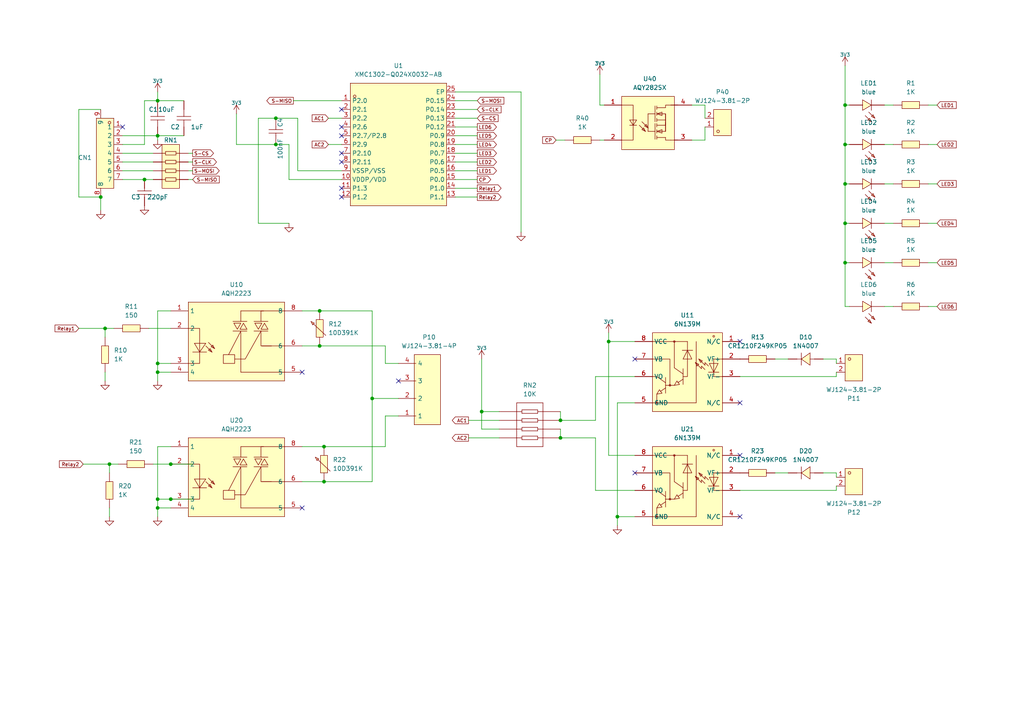
<source format=kicad_sch>
(kicad_sch (version 20230121) (generator eeschema)
  (paper "A4")
  (title_block (title "Phase-Switcher-Bricklet") (rev "1"))
  (lib_symbols
    (symbol "AQY282SX_1" (pin_names hide)
      (property "Reference" "U" (at 0 10.16 0))
      (property "Value" "AQY282SX" (at 0 -10.16 0))
      (symbol "AQY282SX_1_0_1"
        (pin unspecified line (at -12.7 5.08 0) (length 5.08) (name "1") (number "1"))
        (pin unspecified line (at -12.7 -5.08 0) (length 5.08) (name "2") (number "2"))
        (pin unspecified line (at 12.7 -5.08 180) (length 5.08) (name "3") (number "3"))
        (pin unspecified line (at 12.7 5.08 180) (length 5.08) (name "4") (number "4"))
      )
    )
    (symbol "FC-DA1608BK-470H10_1" (pin_numbers hide) (pin_names hide)
      (property "Reference" "LED" (at 0 5.08 0))
      (property "Value" "FC-DA1608BK-470H10" (at 0 -5.08 0))
      (symbol "FC-DA1608BK-470H10_1_0_1"
        (pin input line (at -5.08 0 0) (length 3.81) (name "-") (number "1"))
        (pin input line (at 5.08 0 180) (length 3.81) (name "+") (number "2"))
      )
    )
    (symbol "easyeda2kicad:0603B104K500NT" (pin_numbers hide) (pin_names hide)
      (property "Reference" "C" (at 0 5.08 0))
      (property "Value" "0603B104K500NT" (at 0 -5.08 0))
      (symbol "0603B104K500NT_0_1"
        (pin input line (at -3.81 0 0) (length 2.54) (name "1") (number "1"))
        (pin input line (at 3.81 0 180) (length 2.54) (name "2") (number "2"))
      )
    )
    (symbol "easyeda2kicad:10D391K" (pin_numbers hide) (pin_names hide)
      (property "Reference" "R" (at 0 5.08 0))
      (property "Value" "10D391K" (at 0 -5.08 0))
      (symbol "10D391K_0_1"
        (pin unspecified line (at -5.08 0 0) (length 2.54) (name "1") (number "1"))
        (pin unspecified line (at 5.08 0 180) (length 2.54) (name "2") (number "2"))
      )
    )
    (symbol "easyeda2kicad:1N4007A7" (pin_numbers hide) (pin_names hide)
      (property "Reference" "D" (at 0 5.08 0))
      (property "Value" "1N4007 A7" (at 0 -5.08 0))
      (symbol "1N4007A7_0_1"
        (pin unspecified line (at -5.08 0 0) (length 2.54) (name "K") (number "1"))
        (pin unspecified line (at 5.08 0 180) (length 2.54) (name "A") (number "2"))
      )
    )
    (symbol "easyeda2kicad:6N139M"
      (property "Reference" "U" (at 0 13.97 0))
      (property "Value" "6N139M" (at 0 -13.97 0))
      (symbol "6N139M_0_1"
        (pin unspecified line (at -15.24 8.89 0) (length 5.08) (name "N/C") (number "1"))
        (pin unspecified line (at -15.24 3.81 0) (length 5.08) (name "VF+") (number "2"))
        (pin unspecified line (at -15.24 -1.27 0) (length 5.08) (name "VF-") (number "3"))
        (pin unspecified line (at -15.24 -8.89 0) (length 5.08) (name "N/C") (number "4"))
        (pin unspecified line (at 15.24 -8.89 180) (length 5.08) (name "GND") (number "5"))
        (pin unspecified line (at 15.24 -1.27 180) (length 5.08) (name "VO") (number "6"))
        (pin unspecified line (at 15.24 3.81 180) (length 5.08) (name "VB") (number "7"))
        (pin unspecified line (at 15.24 8.89 180) (length 5.08) (name "VCC") (number "8"))
      )
    )
    (symbol "easyeda2kicad:AQH2223"
      (property "Reference" "U" (at 0 12.7 0))
      (property "Value" "AQH2223" (at 0 -15.24 0))
      (symbol "AQH2223_0_1"
        (pin unspecified line (at -20.32 7.62 0) (length 5.08) (name "1") (number "1"))
        (pin unspecified line (at -20.32 2.54 0) (length 5.08) (name "2") (number "2"))
        (pin unspecified line (at -20.32 -7.62 0) (length 5.08) (name "3") (number "3"))
        (pin unspecified line (at -20.32 -10.16 0) (length 5.08) (name "4") (number "4"))
        (pin unspecified line (at 17.78 -10.16 180) (length 5.08) (name "5") (number "5"))
        (pin unspecified line (at 17.78 -2.54 180) (length 5.08) (name "6") (number "6"))
        (pin unspecified line (at 17.78 7.62 180) (length 5.08) (name "8") (number "8"))
      )
    )
    (symbol "easyeda2kicad:CC0402KRX7R9BB221" (pin_numbers hide) (pin_names hide)
      (property "Reference" "C" (at 0 5.08 0))
      (property "Value" "CC0402KRX7R9BB221" (at 0 -5.08 0))
      (symbol "CC0402KRX7R9BB221_0_1"
        (pin input line (at -3.81 0 0) (length 2.54) (name "1") (number "1"))
        (pin input line (at 3.81 0 180) (length 2.54) (name "2") (number "2"))
      )
    )
    (symbol "easyeda2kicad:CR1210F249KP05" (pin_numbers hide) (pin_names hide)
      (property "Reference" "R" (at 0 5.08 0))
      (property "Value" "CR1210F249KP05" (at 0 -5.08 0))
      (symbol "CR1210F249KP05_0_1"
        (pin unspecified line (at -5.08 0 0) (length 2.54) (name "1") (number "1"))
        (pin unspecified line (at 5.08 0 180) (length 2.54) (name "2") (number "2"))
      )
    )
    (symbol "easyeda2kicad:CRA034RJ82RP05" (pin_numbers hide) (pin_names hide)
      (property "Reference" "RN" (at 0 7.62 0))
      (property "Value" "CRA034RJ82RP05" (at 0 -10.16 0))
      (symbol "CRA034RJ82RP05_0_1"
        (pin unspecified line (at -5.08 2.54 0) (length 2.54) (name "1") (number "1"))
        (pin unspecified line (at -5.08 0 0) (length 2.54) (name "2") (number "2"))
        (pin unspecified line (at -5.08 -2.54 0) (length 2.54) (name "3") (number "3"))
        (pin unspecified line (at -5.08 -5.08 0) (length 2.54) (name "4") (number "4"))
        (pin unspecified line (at 5.08 -5.08 180) (length 2.54) (name "5") (number "5"))
        (pin unspecified line (at 5.08 -2.54 180) (length 2.54) (name "6") (number "6"))
        (pin unspecified line (at 5.08 0 180) (length 2.54) (name "7") (number "7"))
        (pin unspecified line (at 5.08 2.54 180) (length 2.54) (name "8") (number "8"))
      )
    )
    (symbol "easyeda2kicad:CS1608X7R105K250NRB" (pin_numbers hide) (pin_names hide)
      (property "Reference" "C" (at 0 5.08 0))
      (property "Value" "CS1608X7R105K250NRB" (at 0 -5.08 0))
      (symbol "CS1608X7R105K250NRB_0_1"
        (pin unspecified line (at -5.08 0 0) (length 2.54) (name "1") (number "1"))
        (pin unspecified line (at 5.08 0 180) (length 2.54) (name "2") (number "2"))
      )
    )
    (symbol "easyeda2kicad:CS2012X7R106K100NRE" (pin_numbers hide) (pin_names hide)
      (property "Reference" "C" (at 0 5.08 0))
      (property "Value" "CS2012X7R106K100NRE" (at 0 -5.08 0))
      (symbol "CS2012X7R106K100NRE_0_1"
        (pin unspecified line (at -5.08 0 0) (length 2.54) (name "1") (number "1"))
        (pin unspecified line (at 5.08 0 180) (length 2.54) (name "2") (number "2"))
      )
    )
    (symbol "easyeda2kicad:FC-DA1608BK-470H10" (pin_numbers hide) (pin_names hide)
      (property "Reference" "LED" (at 0 5.08 0))
      (property "Value" "FC-DA1608BK-470H10" (at 0 -5.08 0))
      (symbol "FC-DA1608BK-470H10_0_1"
        (pin input line (at -5.08 0 0) (length 3.81) (name "-") (number "1"))
        (pin input line (at 5.08 0 180) (length 3.81) (name "+") (number "2"))
      )
    )
    (symbol "easyeda2kicad:HC-GH-7PWTKK"
      (property "Reference" "CN" (at 0 17.78 0))
      (property "Value" "HC-GH-7PWTKK" (at 0 -17.78 0))
      (symbol "HC-GH-7PWTKK_0_1"
        (pin unspecified line (at -5.08 7.62 0) (length 2.54) (name "1") (number "1"))
        (pin unspecified line (at -5.08 5.08 0) (length 2.54) (name "2") (number "2"))
        (pin unspecified line (at -5.08 2.54 0) (length 2.54) (name "3") (number "3"))
        (pin unspecified line (at -5.08 0 0) (length 2.54) (name "4") (number "4"))
        (pin unspecified line (at -5.08 -2.54 0) (length 2.54) (name "5") (number "5"))
        (pin unspecified line (at -5.08 -5.08 0) (length 2.54) (name "6") (number "6"))
        (pin unspecified line (at -5.08 -7.62 0) (length 2.54) (name "7") (number "7"))
        (pin unspecified line (at 1.27 -12.7 90) (length 2.54) (name "8") (number "8"))
        (pin unspecified line (at 1.27 12.7 270) (length 2.54) (name "9") (number "9"))
      )
    )
    (symbol "easyeda2kicad:RC0603FR-07150RL" (pin_numbers hide) (pin_names hide)
      (property "Reference" "R" (at 0 5.08 0))
      (property "Value" "RC0603FR-07150RL" (at 0 -5.08 0))
      (symbol "RC0603FR-07150RL_0_1"
        (pin input line (at -5.08 0 0) (length 2.54) (name "1") (number "1"))
        (pin input line (at 5.08 0 180) (length 2.54) (name "2") (number "2"))
      )
    )
    (symbol "easyeda2kicad:Resistor-0603-1K" (pin_numbers hide) (pin_names hide)
      (property "Reference" "R" (at 0 5.08 0))
      (property "Value" "Resistor-0603-1K" (at 0 -5.08 0))
      (symbol "Resistor-0603-1K_0_1"
        (pin input line (at -5.08 0 0) (length 2.54) (name "1") (number "1"))
        (pin input line (at 5.08 0 180) (length 2.54) (name "2") (number "2"))
      )
    )
    (symbol "easyeda2kicad:WA06X1002FTL" (pin_numbers hide) (pin_names hide)
      (property "Reference" "RN" (at 0 13.97 0))
      (property "Value" "WA06X1002FTL" (at 0 -13.97 0))
      (symbol "WA06X1002FTL_0_1"
        (pin input line (at -3.81 -8.89 90) (length 5.08) (name "1") (number "1"))
        (pin input line (at -1.27 -8.89 90) (length 5.08) (name "2") (number "2"))
        (pin input line (at 1.27 -8.89 90) (length 5.08) (name "3") (number "3"))
        (pin input line (at 3.81 -8.89 90) (length 5.08) (name "4") (number "4"))
        (pin input line (at 3.81 8.89 270) (length 5.08) (name "5") (number "5"))
        (pin input line (at 1.27 8.89 270) (length 5.08) (name "6") (number "6"))
        (pin input line (at -1.27 8.89 270) (length 5.08) (name "7") (number "7"))
        (pin input line (at -3.81 8.89 270) (length 5.08) (name "8") (number "8"))
      )
    )
    (symbol "easyeda2kicad:WJ124-3.81-2P" (pin_names hide)
      (property "Reference" "P" (at 0 6.35 0))
      (property "Value" "WJ124-3.81-2P" (at 0 -6.35 0))
      (symbol "WJ124-3.81-2P_0_1"
        (pin unspecified line (at -5.08 1.27 0) (length 2.54) (name "1") (number "1"))
        (pin unspecified line (at -5.08 -1.27 0) (length 2.54) (name "2") (number "2"))
      )
    )
    (symbol "easyeda2kicad:WJ124-3.81-4P"
      (property "Reference" "P" (at 0 12.7 0))
      (property "Value" "WJ124-3.81-4P" (at 0 -12.7 0))
      (symbol "WJ124-3.81-4P_0_1"
        (pin input line (at 5.08 7.62 180) (length 5.08) (name "1") (number "1"))
        (pin input line (at 5.08 2.54 180) (length 5.08) (name "2") (number "2"))
        (pin input line (at 5.08 -2.54 180) (length 5.08) (name "3") (number "3"))
        (pin input line (at 5.08 -7.62 180) (length 5.08) (name "4") (number "4"))
      )
    )
    (symbol "easyeda2kicad:XMC1302-Q024X0032-AB"
      (property "Reference" "U" (at 0 20.32 0))
      (property "Value" "XMC1302-Q024X0032-AB" (at 0 -20.32 0))
      (symbol "XMC1302-Q024X0032-AB_0_1"
        (pin unspecified line (at -16.51 12.7 0) (length 2.54) (name "P2.0") (number "1"))
        (pin unspecified line (at -16.51 -10.16 0) (length 2.54) (name "VDDP/VDD") (number "10"))
        (pin unspecified line (at -16.51 -12.7 0) (length 2.54) (name "P1.3") (number "11"))
        (pin unspecified line (at -16.51 -15.24 0) (length 2.54) (name "P1.2") (number "12"))
        (pin unspecified line (at 16.51 -15.24 180) (length 2.54) (name "P1.1") (number "13"))
        (pin unspecified line (at 16.51 -12.7 180) (length 2.54) (name "P1.0") (number "14"))
        (pin unspecified line (at 16.51 -10.16 180) (length 2.54) (name "P0.0") (number "15"))
        (pin unspecified line (at 16.51 -7.62 180) (length 2.54) (name "P0.5") (number "16"))
        (pin unspecified line (at 16.51 -5.08 180) (length 2.54) (name "P0.6") (number "17"))
        (pin unspecified line (at 16.51 -2.54 180) (length 2.54) (name "P0.7") (number "18"))
        (pin unspecified line (at 16.51 0 180) (length 2.54) (name "P0.8") (number "19"))
        (pin unspecified line (at -16.51 10.16 0) (length 2.54) (name "P2.1") (number "2"))
        (pin unspecified line (at 16.51 2.54 180) (length 2.54) (name "P0.9") (number "20"))
        (pin unspecified line (at 16.51 5.08 180) (length 2.54) (name "P0.12") (number "21"))
        (pin unspecified line (at 16.51 7.62 180) (length 2.54) (name "P0.13") (number "22"))
        (pin unspecified line (at 16.51 10.16 180) (length 2.54) (name "P0.14") (number "23"))
        (pin unspecified line (at 16.51 12.7 180) (length 2.54) (name "P0.15") (number "24"))
        (pin unspecified line (at 16.51 15.24 180) (length 2.54) (name "EP") (number "25"))
        (pin unspecified line (at -16.51 7.62 0) (length 2.54) (name "P2.2") (number "3"))
        (pin unspecified line (at -16.51 5.08 0) (length 2.54) (name "P2.6") (number "4"))
        (pin unspecified line (at -16.51 2.54 0) (length 2.54) (name "P2.7/P2.8") (number "5"))
        (pin unspecified line (at -16.51 0 0) (length 2.54) (name "P2.9") (number "6"))
        (pin unspecified line (at -16.51 -2.54 0) (length 2.54) (name "P2.10") (number "7"))
        (pin unspecified line (at -16.51 -5.08 0) (length 2.54) (name "P2.11") (number "8"))
        (pin unspecified line (at -16.51 -7.62 0) (length 2.54) (name "VSSP/VSS") (number "9"))
      )
    )
    (symbol "tinkerforge:3V3" (power) (pin_names (offset 0))
      (property "Value" "3V3" (at 0 3.556 0))
      (symbol "3V3_1_1"
        (pin power_in line (at 0 0 90) (length 0) hide (name "3V3") (number "1"))
      )
    )
    (symbol "tinkerforge:GND" (power) (pin_names (offset 0))
      (property "Value" "GND" (at 0 -5.08 0))
      (symbol "GND_1_1"
        (pin power_in line (at 0 0 270) (length 0) hide (name "GND") (number "1"))
      )
    )
  )
  (junction (at 245.11 64.77))
  (junction (at 245.11 53.34))
  (junction (at 29.21 57.15))
  (junction (at 162.56 121.92))
  (junction (at 107.95 115.57))
  (junction (at 162.56 127))
  (junction (at 245.11 30.48))
  (junction (at 80.01 41.91))
  (junction (at 80.01 34.29))
  (junction (at 139.7 119.38))
  (junction (at 92.71 90.17))
  (junction (at 176.53 99.06))
  (junction (at 45.72 105.41))
  (junction (at 49.53 134.62))
  (junction (at 93.98 129.54))
  (junction (at 45.72 29.21))
  (junction (at 41.91 52.07))
  (junction (at 245.11 76.2))
  (junction (at 245.11 41.91))
  (junction (at 31.75 134.62))
  (junction (at 49.53 144.78))
  (junction (at 92.71 100.33))
  (junction (at 30.48 95.25))
  (junction (at 93.98 139.7))
  (junction (at 179.07 149.86))
  (junction (at 45.72 107.95))
  (junction (at 45.72 147.32))
  (junction (at 45.72 144.78))
  (junction (at 45.72 39.37))
  (no_connect (at 184.15 137.16))
  (no_connect (at 87.63 107.95))
  (no_connect (at 99.06 54.61))
  (no_connect (at 214.63 132.08))
  (no_connect (at 35.56 36.83))
  (no_connect (at 214.63 99.06))
  (no_connect (at 214.63 116.84))
  (no_connect (at 99.06 39.37))
  (no_connect (at 99.06 36.83))
  (no_connect (at 99.06 31.75))
  (no_connect (at 214.63 149.86))
  (no_connect (at 184.15 104.14))
  (no_connect (at 99.06 57.15))
  (no_connect (at 99.06 46.99))
  (no_connect (at 99.06 44.45))
  (no_connect (at 115.57 110.49))
  (no_connect (at 87.63 147.32))
  (wire (pts (xy 86.36 49.53) (xy 86.36 34.29)))
  (wire (pts (xy 184.15 149.86) (xy 179.07 149.86)))
  (wire (pts (xy 245.11 30.48) (xy 245.11 41.91)))
  (wire (pts (xy 173.99 30.48) (xy 175.26 30.48)))
  (wire (pts (xy 74.93 34.29) (xy 80.01 34.29)))
  (wire (pts (xy 224.79 137.16) (xy 228.6 137.16)))
  (wire (pts (xy 245.11 64.77) (xy 245.11 53.34)))
  (wire (pts (xy 29.21 60.96) (xy 29.21 57.15)))
  (wire (pts (xy 55.88 52.07) (xy 54.61 52.07)))
  (wire (pts (xy 151.13 26.67) (xy 151.13 67.31)))
  (wire (pts (xy 132.08 41.91) (xy 138.43 41.91)))
  (wire (pts (xy 245.11 19.05) (xy 245.11 30.48)))
  (wire (pts (xy 256.54 41.91) (xy 259.08 41.91)))
  (wire (pts (xy 144.78 124.46) (xy 139.7 124.46)))
  (wire (pts (xy 214.63 109.22) (xy 242.57 109.22)))
  (wire (pts (xy 30.48 95.25) (xy 33.02 95.25)))
  (wire (pts (xy 162.56 124.46) (xy 162.56 127)))
  (wire (pts (xy 245.11 76.2) (xy 245.11 88.9)))
  (wire (pts (xy 111.76 129.54) (xy 111.76 120.65)))
  (wire (pts (xy 172.72 142.24) (xy 184.15 142.24)))
  (wire (pts (xy 92.71 100.33) (xy 111.76 100.33)))
  (wire (pts (xy 87.63 100.33) (xy 92.71 100.33)))
  (wire (pts (xy 176.53 132.08) (xy 184.15 132.08)))
  (wire (pts (xy 111.76 105.41) (xy 115.57 105.41)))
  (wire (pts (xy 245.11 88.9) (xy 246.38 88.9)))
  (wire (pts (xy 132.08 54.61) (xy 138.43 54.61)))
  (wire (pts (xy 107.95 115.57) (xy 115.57 115.57)))
  (wire (pts (xy 35.56 49.53) (xy 44.45 49.53)))
  (wire (pts (xy 87.63 90.17) (xy 92.71 90.17)))
  (wire (pts (xy 176.53 99.06) (xy 176.53 96.52)))
  (wire (pts (xy 45.72 144.78) (xy 45.72 147.32)))
  (wire (pts (xy 45.72 147.32) (xy 49.53 147.32)))
  (wire (pts (xy 184.15 99.06) (xy 176.53 99.06)))
  (wire (pts (xy 83.82 41.91) (xy 83.82 52.07)))
  (wire (pts (xy 41.91 29.21) (xy 41.91 41.91)))
  (wire (pts (xy 144.78 119.38) (xy 139.7 119.38)))
  (wire (pts (xy 45.72 129.54) (xy 45.72 144.78)))
  (wire (pts (xy 45.72 90.17) (xy 45.72 105.41)))
  (wire (pts (xy 139.7 124.46) (xy 139.7 119.38)))
  (wire (pts (xy 93.98 139.7) (xy 107.95 139.7)))
  (wire (pts (xy 132.08 44.45) (xy 138.43 44.45)))
  (wire (pts (xy 245.11 41.91) (xy 246.38 41.91)))
  (wire (pts (xy 245.11 53.34) (xy 245.11 41.91)))
  (wire (pts (xy 132.08 39.37) (xy 138.43 39.37)))
  (wire (pts (xy 245.11 64.77) (xy 245.11 76.2)))
  (wire (pts (xy 172.72 109.22) (xy 184.15 109.22)))
  (wire (pts (xy 30.48 95.25) (xy 30.48 97.79)))
  (wire (pts (xy 204.47 40.64) (xy 204.47 36.83)))
  (wire (pts (xy 49.53 129.54) (xy 45.72 129.54)))
  (wire (pts (xy 93.98 129.54) (xy 111.76 129.54)))
  (wire (pts (xy 256.54 53.34) (xy 259.08 53.34)))
  (wire (pts (xy 132.08 52.07) (xy 138.43 52.07)))
  (wire (pts (xy 31.75 147.32) (xy 31.75 149.86)))
  (wire (pts (xy 74.93 34.29) (xy 74.93 64.77)))
  (wire (pts (xy 49.53 105.41) (xy 45.72 105.41)))
  (wire (pts (xy 179.07 149.86) (xy 179.07 152.4)))
  (wire (pts (xy 132.08 46.99) (xy 138.43 46.99)))
  (wire (pts (xy 173.99 40.64) (xy 175.26 40.64)))
  (wire (pts (xy 54.61 44.45) (xy 55.88 44.45)))
  (wire (pts (xy 245.11 53.34) (xy 246.38 53.34)))
  (wire (pts (xy 242.57 104.14) (xy 242.57 105.41)))
  (wire (pts (xy 31.75 134.62) (xy 31.75 137.16)))
  (wire (pts (xy 49.53 134.62) (xy 55.88 134.62)))
  (wire (pts (xy 269.24 30.48) (xy 271.78 30.48)))
  (wire (pts (xy 45.72 29.21) (xy 53.34 29.21)))
  (wire (pts (xy 269.24 53.34) (xy 271.78 53.34)))
  (wire (pts (xy 172.72 127) (xy 172.72 142.24)))
  (wire (pts (xy 204.47 30.48) (xy 204.47 34.29)))
  (wire (pts (xy 184.15 116.84) (xy 179.07 116.84)))
  (wire (pts (xy 35.56 44.45) (xy 44.45 44.45)))
  (wire (pts (xy 41.91 29.21) (xy 45.72 29.21)))
  (wire (pts (xy 245.11 76.2) (xy 246.38 76.2)))
  (wire (pts (xy 35.56 39.37) (xy 45.72 39.37)))
  (wire (pts (xy 99.06 49.53) (xy 86.36 49.53)))
  (wire (pts (xy 132.08 26.67) (xy 151.13 26.67)))
  (wire (pts (xy 162.56 127) (xy 172.72 127)))
  (wire (pts (xy 45.72 105.41) (xy 45.72 107.95)))
  (wire (pts (xy 269.24 41.91) (xy 271.78 41.91)))
  (wire (pts (xy 95.25 41.91) (xy 99.06 41.91)))
  (wire (pts (xy 269.24 76.2) (xy 271.78 76.2)))
  (wire (pts (xy 224.79 104.14) (xy 228.6 104.14)))
  (wire (pts (xy 132.08 31.75) (xy 138.43 31.75)))
  (wire (pts (xy 135.89 127) (xy 144.78 127)))
  (wire (pts (xy 238.76 137.16) (xy 242.57 137.16)))
  (wire (pts (xy 30.48 107.95) (xy 30.48 110.49)))
  (wire (pts (xy 132.08 57.15) (xy 138.43 57.15)))
  (wire (pts (xy 179.07 116.84) (xy 179.07 149.86)))
  (wire (pts (xy 85.09 29.21) (xy 99.06 29.21)))
  (wire (pts (xy 45.72 107.95) (xy 49.53 107.95)))
  (wire (pts (xy 44.45 134.62) (xy 49.53 134.62)))
  (wire (pts (xy 269.24 64.77) (xy 271.78 64.77)))
  (wire (pts (xy 45.72 39.37) (xy 45.72 40.64)))
  (wire (pts (xy 111.76 120.65) (xy 115.57 120.65)))
  (wire (pts (xy 68.58 33.02) (xy 68.58 41.91)))
  (wire (pts (xy 35.56 52.07) (xy 41.91 52.07)))
  (wire (pts (xy 161.29 40.64) (xy 163.83 40.64)))
  (wire (pts (xy 214.63 142.24) (xy 242.57 142.24)))
  (wire (pts (xy 132.08 36.83) (xy 138.43 36.83)))
  (wire (pts (xy 111.76 100.33) (xy 111.76 105.41)))
  (wire (pts (xy 242.57 107.95) (xy 242.57 109.22)))
  (wire (pts (xy 49.53 144.78) (xy 55.88 144.78)))
  (wire (pts (xy 107.95 90.17) (xy 107.95 115.57)))
  (wire (pts (xy 269.24 88.9) (xy 271.78 88.9)))
  (wire (pts (xy 22.86 95.25) (xy 30.48 95.25)))
  (wire (pts (xy 132.08 34.29) (xy 138.43 34.29)))
  (wire (pts (xy 41.91 41.91) (xy 35.56 41.91)))
  (wire (pts (xy 92.71 90.17) (xy 107.95 90.17)))
  (wire (pts (xy 173.99 21.59) (xy 173.99 30.48)))
  (wire (pts (xy 200.66 30.48) (xy 204.47 30.48)))
  (wire (pts (xy 245.11 64.77) (xy 246.38 64.77)))
  (wire (pts (xy 24.13 134.62) (xy 31.75 134.62)))
  (wire (pts (xy 139.7 104.14) (xy 139.7 119.38)))
  (wire (pts (xy 200.66 40.64) (xy 204.47 40.64)))
  (wire (pts (xy 54.61 49.53) (xy 55.88 49.53)))
  (wire (pts (xy 45.72 39.37) (xy 53.34 39.37)))
  (wire (pts (xy 45.72 107.95) (xy 45.72 110.49)))
  (wire (pts (xy 45.72 144.78) (xy 49.53 144.78)))
  (wire (pts (xy 238.76 104.14) (xy 242.57 104.14)))
  (wire (pts (xy 256.54 64.77) (xy 259.08 64.77)))
  (wire (pts (xy 74.93 64.77) (xy 83.82 64.77)))
  (wire (pts (xy 35.56 46.99) (xy 44.45 46.99)))
  (wire (pts (xy 45.72 147.32) (xy 45.72 149.86)))
  (wire (pts (xy 43.18 95.25) (xy 49.53 95.25)))
  (wire (pts (xy 162.56 119.38) (xy 162.56 121.92)))
  (wire (pts (xy 83.82 52.07) (xy 99.06 52.07)))
  (wire (pts (xy 107.95 115.57) (xy 107.95 139.7)))
  (wire (pts (xy 87.63 139.7) (xy 93.98 139.7)))
  (wire (pts (xy 242.57 137.16) (xy 242.57 138.43)))
  (wire (pts (xy 172.72 121.92) (xy 172.72 109.22)))
  (wire (pts (xy 31.75 134.62) (xy 34.29 134.62)))
  (wire (pts (xy 176.53 132.08) (xy 176.53 99.06)))
  (wire (pts (xy 256.54 30.48) (xy 259.08 30.48)))
  (wire (pts (xy 55.88 46.99) (xy 54.61 46.99)))
  (wire (pts (xy 87.63 129.54) (xy 93.98 129.54)))
  (wire (pts (xy 242.57 142.24) (xy 242.57 140.97)))
  (wire (pts (xy 22.86 31.75) (xy 22.86 57.15)))
  (wire (pts (xy 45.72 26.67) (xy 45.72 29.21)))
  (wire (pts (xy 135.89 121.92) (xy 144.78 121.92)))
  (wire (pts (xy 256.54 88.9) (xy 259.08 88.9)))
  (wire (pts (xy 132.08 49.53) (xy 138.43 49.53)))
  (wire (pts (xy 41.91 52.07) (xy 44.45 52.07)))
  (wire (pts (xy 245.11 30.48) (xy 246.38 30.48)))
  (wire (pts (xy 22.86 57.15) (xy 29.21 57.15)))
  (wire (pts (xy 162.56 121.92) (xy 172.72 121.92)))
  (wire (pts (xy 68.58 41.91) (xy 80.01 41.91)))
  (wire (pts (xy 49.53 90.17) (xy 45.72 90.17)))
  (wire (pts (xy 132.08 29.21) (xy 138.43 29.21)))
  (wire (pts (xy 256.54 76.2) (xy 259.08 76.2)))
  (wire (pts (xy 83.82 41.91) (xy 80.01 41.91)))
  (wire (pts (xy 29.21 31.75) (xy 22.86 31.75)))
  (wire (pts (xy 95.25 34.29) (xy 99.06 34.29)))
  (wire (pts (xy 86.36 34.29) (xy 80.01 34.29)))
  (global_label "LED2" (shape output) (at 138.43 46.99 0) (effects (font (size 1 1))) (property "Intersheetrefs" "${INTERSHEET_REFS}" (effects hide)))
  (global_label "CP" (shape input) (at 161.29 40.64 180) (effects (font (size 1 1))) (property "Intersheetrefs" "${INTERSHEET_REFS}" (effects hide)))
  (global_label "S-CLK" (shape output) (at 55.88 46.99 0) (effects (font (size 1 1))) (property "Intersheetrefs" "${INTERSHEET_REFS}" (effects hide)))
  (global_label "S-CLK" (shape input) (at 138.43 31.75 0) (effects (font (size 1 1))) (property "Intersheetrefs" "${INTERSHEET_REFS}" (effects hide)))
  (global_label "AC2" (shape output) (at 135.89 127 180) (effects (font (size 1 1))) (property "Intersheetrefs" "${INTERSHEET_REFS}" (effects hide)))
  (global_label "LED3" (shape input) (at 271.78 53.34 0) (effects (font (size 1 1))) (property "Intersheetrefs" "${INTERSHEET_REFS}" (effects hide)))
  (global_label "S-CS" (shape input) (at 138.43 34.29 0) (effects (font (size 1 1))) (property "Intersheetrefs" "${INTERSHEET_REFS}" (effects hide)))
  (global_label "LED6" (shape input) (at 271.78 88.9 0) (effects (font (size 1 1))) (property "Intersheetrefs" "${INTERSHEET_REFS}" (effects hide)))
  (global_label "S-MISO" (shape input) (at 55.88 52.07 0) (effects (font (size 1 1))) (property "Intersheetrefs" "${INTERSHEET_REFS}" (effects hide)))
  (global_label "LED1" (shape output) (at 138.43 49.53 0) (effects (font (size 1 1))) (property "Intersheetrefs" "${INTERSHEET_REFS}" (effects hide)))
  (global_label "Relay2" (shape input) (at 24.13 134.62 180) (effects (font (size 1 1))) (property "Intersheetrefs" "${INTERSHEET_REFS}" (effects hide)))
  (global_label "LED5" (shape input) (at 271.78 76.2 0) (effects (font (size 1 1))) (property "Intersheetrefs" "${INTERSHEET_REFS}" (effects hide)))
  (global_label "LED4" (shape output) (at 138.43 41.91 0) (effects (font (size 1 1))) (property "Intersheetrefs" "${INTERSHEET_REFS}" (effects hide)))
  (global_label "AC1" (shape input) (at 95.25 34.29 180) (effects (font (size 1 1))) (property "Intersheetrefs" "${INTERSHEET_REFS}" (effects hide)))
  (global_label "Relay1" (shape output) (at 138.43 54.61 0) (effects (font (size 1 1))) (property "Intersheetrefs" "${INTERSHEET_REFS}" (effects hide)))
  (global_label "LED2" (shape input) (at 271.78 41.91 0) (effects (font (size 1 1))) (property "Intersheetrefs" "${INTERSHEET_REFS}" (effects hide)))
  (global_label "CP" (shape output) (at 138.43 52.07 0) (effects (font (size 1 1))) (property "Intersheetrefs" "${INTERSHEET_REFS}" (effects hide)))
  (global_label "LED3" (shape output) (at 138.43 44.45 0) (effects (font (size 1 1))) (property "Intersheetrefs" "${INTERSHEET_REFS}" (effects hide)))
  (global_label "Relay2" (shape output) (at 138.43 57.15 0) (effects (font (size 1 1))) (property "Intersheetrefs" "${INTERSHEET_REFS}" (effects hide)))
  (global_label "S-MISO" (shape output) (at 85.09 29.21 180) (effects (font (size 1 1))) (property "Intersheetrefs" "${INTERSHEET_REFS}" (effects hide)))
  (global_label "LED6" (shape output) (at 138.43 36.83 0) (effects (font (size 1 1))) (property "Intersheetrefs" "${INTERSHEET_REFS}" (effects hide)))
  (global_label "AC2" (shape input) (at 95.25 41.91 180) (effects (font (size 1 1))) (property "Intersheetrefs" "${INTERSHEET_REFS}" (effects hide)))
  (global_label "S-MOSI" (shape output) (at 55.88 49.53 0) (effects (font (size 1 1))) (property "Intersheetrefs" "${INTERSHEET_REFS}" (effects hide)))
  (global_label "AC1" (shape output) (at 135.89 121.92 180) (effects (font (size 1 1))) (property "Intersheetrefs" "${INTERSHEET_REFS}" (effects hide)))
  (global_label "LED5" (shape output) (at 138.43 39.37 0) (effects (font (size 1 1))) (property "Intersheetrefs" "${INTERSHEET_REFS}" (effects hide)))
  (global_label "S-MOSI" (shape input) (at 138.43 29.21 0) (effects (font (size 1 1))) (property "Intersheetrefs" "${INTERSHEET_REFS}" (effects hide)))
  (global_label "LED1" (shape input) (at 271.78 30.48 0) (effects (font (size 1 1))) (property "Intersheetrefs" "${INTERSHEET_REFS}" (effects hide)))
  (global_label "LED4" (shape input) (at 271.78 64.77 0) (effects (font (size 1 1))) (property "Intersheetrefs" "${INTERSHEET_REFS}" (effects hide)))
  (global_label "S-CS" (shape output) (at 55.88 44.45 0) (effects (font (size 1 1))) (property "Intersheetrefs" "${INTERSHEET_REFS}" (effects hide)))
  (global_label "Relay1" (shape input) (at 22.86 95.25 180) (effects (font (size 1 1))) (property "Intersheetrefs" "${INTERSHEET_REFS}" (effects hide)))
  (symbol (lib_id "easyeda2kicad:Resistor-0603-1K") (at 264.16 41.91 0) (unit 1)
    (property "Reference" "R2" (at 264.16 35.56 0))
    (property "Value" "1K" (at 264.16 38.1 0))
    (property "Footprint" "easyeda2kicad:R0603" (effects hide))
    (property "Datasheet" "https://lcsc.com/product-detail/Chip-Resistor-Surface-Mount_1KR-1001-1_C22548.html" (effects hide))
    (property "LCSC Part" "C22548" (effects hide))
  )
  (symbol (lib_id "tinkerforge:GND") (at 29.21 60.96 0) (unit 1)
    (property "Reference" "#PWR01" (effects hide))
    (property "Value" "GND" (effects hide))
  )
  (symbol (lib_id "easyeda2kicad:1N4007A7") (at 233.68 104.14 0) (unit 1)
    (property "Reference" "D10" (at 233.68 97.79 0))
    (property "Value" "1N4007" (at 233.68 100.33 0))
    (property "Footprint" "easyeda2kicad:SOD-123FL_L2.8-W1.8-LS3.7-RD" (effects hide))
    (property "LCSC Part" "C2902912" (effects hide))
  )
  (symbol (lib_id "easyeda2kicad:CS2012X7R106K100NRE") (at 45.72 34.29 270) (unit 1)
    (property "Reference" "C1" (at 44.45 31.75 90))
    (property "Value" "10uF" (at 48.26 31.75 90))
    (property "Footprint" "easyeda2kicad:C0805" (effects hide))
    (property "LCSC Part" "C1222438" (effects hide))
  )
  (symbol (lib_id "easyeda2kicad:10D391K") (at 93.98 134.62 90) (unit 1)
    (property "Reference" "R22" (at 96.52 133.35 90) (effects (justify right)))
    (property "Value" "10D391K" (at 96.52 135.89 90) (effects (justify right)))
    (property "Footprint" "easyeda2kicad:RES-TH_L12.5-W6.2-P7.50-D0.9-S6.20" (effects hide))
    (property "Datasheet" "https://lcsc.com/product-detail/Varistors_10D391K_C139984.html" (effects hide))
    (property "LCSC Part" "C139984" (effects hide))
  )
  (symbol (lib_id "easyeda2kicad:AQH2223") (at 69.85 97.79 0) (unit 1)
    (property "Reference" "U10" (at 68.58 82.55 0))
    (property "Value" "AQH2223" (at 68.58 85.09 0))
    (property "Footprint" "easyeda2kicad:DIP-8_7P-L9.7-W6.4-P2.54-LS7.6-BL-PE7" (effects hide))
    (property "Datasheet" "https://lcsc.com/product-detail/Relays_PANASONIC_AQH2223_AQH2223_C128520.html" (effects hide))
    (property "LCSC Part" "C128520" (effects hide))
  )
  (symbol (lib_name "FC-DA1608BK-470H10_1") (lib_id "easyeda2kicad:FC-DA1608BK-470H10") (at 251.46 41.91 180) (unit 1)
    (property "Reference" "LED2" (at 251.97 35.56 0))
    (property "Value" "blue" (at 251.97 38.1 0))
    (property "Footprint" "easyeda2kicad:LED0603-RD" (effects hide))
    (property "Datasheet" "https://lcsc.com/product-detail/Light-Emitting-Diodes-LED_Blue-light-SMDLED-80-180mcd_C84266.html" (effects hide))
    (property "LCSC Part" "C84266" (effects hide))
  )
  (symbol (lib_id "tinkerforge:3V3") (at 45.72 26.67 0) (unit 1)
    (property "Reference" "#PWR03" (effects hide))
    (property "Value" "3V3" (at 45.72 23.495 0) (effects (font (size 1.016 1.016))))
  )
  (symbol (lib_id "tinkerforge:3V3") (at 173.99 21.59 0) (unit 1)
    (property "Reference" "#PWR05" (effects hide))
    (property "Value" "3V3" (at 173.99 18.415 0) (effects (font (size 1.016 1.016))))
  )
  (symbol (lib_id "tinkerforge:GND") (at 45.72 110.49 0) (unit 1)
    (property "Reference" "#PWR011" (effects hide))
    (property "Value" "GND" (effects hide))
  )
  (symbol (lib_name "FC-DA1608BK-470H10_1") (lib_id "easyeda2kicad:FC-DA1608BK-470H10") (at 251.46 64.77 180) (unit 1)
    (property "Reference" "LED4" (at 251.97 58.42 0))
    (property "Value" "blue" (at 251.97 60.96 0))
    (property "Footprint" "easyeda2kicad:LED0603-RD" (effects hide))
    (property "Datasheet" "https://lcsc.com/product-detail/Light-Emitting-Diodes-LED_Blue-light-SMDLED-80-180mcd_C84266.html" (effects hide))
    (property "LCSC Part" "C84266" (effects hide))
  )
  (symbol (lib_id "tinkerforge:GND") (at 45.72 149.86 0) (unit 1)
    (property "Reference" "#PWR017" (effects hide))
    (property "Value" "GND" (effects hide))
  )
  (symbol (lib_id "tinkerforge:GND") (at 151.13 67.31 0) (unit 1)
    (property "Reference" "#PWR08" (effects hide))
    (property "Value" "GND" (effects hide))
  )
  (symbol (lib_id "easyeda2kicad:CR1210F249KP05") (at 219.71 137.16 0) (unit 1)
    (property "Reference" "R23" (at 219.71 130.81 0))
    (property "Value" "CR1210F249KP05" (at 219.71 133.35 0))
    (property "Footprint" "easyeda2kicad:R1210" (effects hide))
    (property "Datasheet" "https://lcsc.com/product-detail/Chip-Resistor-Surface-Mount_249KR-249K-1_C174556.html" (effects hide))
    (property "LCSC Part" "C174556" (effects hide))
  )
  (symbol (lib_id "easyeda2kicad:WJ124-3.81-2P") (at 247.65 106.68 0) (unit 1)
    (property "Reference" "P11" (at 247.65 115.57 0))
    (property "Value" "WJ124-3.81-2P" (at 247.65 113.03 0))
    (property "Footprint" "easyeda2kicad:CONN-TH_2P-P3.81_KF124-3.81-2P" (effects hide))
    (property "Datasheet" "https://lcsc.com/product-detail/Terminal-Blocks_KF124-3-81-2P-pitch3-81mm_C69811.html" (effects hide))
    (property "LCSC Part" "C69811" (effects hide))
  )
  (symbol (lib_id "easyeda2kicad:CS1608X7R105K250NRB") (at 53.34 34.29 270) (unit 1)
    (property "Reference" "C2" (at 50.8 36.83 90))
    (property "Value" "1uF" (at 57.15 36.83 90))
    (property "Footprint" "easyeda2kicad:C0603" (effects hide))
    (property "Datasheet" "https://lcsc.com/product-detail/Multilayer-Ceramic-Capacitors-MLCC-SMD-SMT_Samwha-Capacitor-CS1608X7R105K250NRB_C513775.html" (effects hide))
    (property "LCSC Part" "C513775" (effects hide))
  )
  (symbol (lib_id "easyeda2kicad:Resistor-0603-1K") (at 30.48 102.87 270) (unit 1)
    (property "Reference" "R10" (at 33.02 101.6 90) (effects (justify left)))
    (property "Value" "1K" (at 33.02 104.14 90) (effects (justify left)))
    (property "Footprint" "easyeda2kicad:R0603" (effects hide))
    (property "Datasheet" "https://lcsc.com/product-detail/Chip-Resistor-Surface-Mount_1KR-1001-1_C22548.html" (effects hide))
    (property "LCSC Part" "C22548" (effects hide))
  )
  (symbol (lib_id "tinkerforge:GND") (at 83.82 64.77 0) (unit 1)
    (property "Reference" "#PWR010" (effects hide))
    (property "Value" "GND" (effects hide))
  )
  (symbol (lib_id "easyeda2kicad:CC0402KRX7R9BB221") (at 41.91 55.88 270) (unit 1)
    (property "Reference" "C3" (at 39.37 57.15 90))
    (property "Value" "220pF" (at 45.72 57.15 90))
    (property "Footprint" "easyeda2kicad:C0402" (effects hide))
    (property "Datasheet" "https://lcsc.com/product-detail/Multilayer-Ceramic-Capacitors-MLCC-SMD-SMT_220pF-221-10-50V_C107025.html" (effects hide))
    (property "LCSC Part" "C107025" (effects hide))
  )
  (symbol (lib_id "easyeda2kicad:Resistor-0603-1K") (at 264.16 88.9 0) (unit 1)
    (property "Reference" "R6" (at 264.16 82.55 0))
    (property "Value" "1K" (at 264.16 85.09 0))
    (property "Footprint" "easyeda2kicad:R0603" (effects hide))
    (property "Datasheet" "https://lcsc.com/product-detail/Chip-Resistor-Surface-Mount_1KR-1001-1_C22548.html" (effects hide))
    (property "LCSC Part" "C22548" (effects hide))
  )
  (symbol (lib_name "FC-DA1608BK-470H10_1") (lib_id "easyeda2kicad:FC-DA1608BK-470H10") (at 251.46 76.2 180) (unit 1)
    (property "Reference" "LED5" (at 251.97 69.85 0))
    (property "Value" "blue" (at 251.97 72.39 0))
    (property "Footprint" "easyeda2kicad:LED0603-RD" (effects hide))
    (property "Datasheet" "https://lcsc.com/product-detail/Light-Emitting-Diodes-LED_Blue-light-SMDLED-80-180mcd_C84266.html" (effects hide))
    (property "LCSC Part" "C84266" (effects hide))
  )
  (symbol (lib_id "easyeda2kicad:0603B104K500NT") (at 80.01 38.1 270) (unit 1)
    (property "Reference" "C4" (at 81.28 35.56 0))
    (property "Value" "100nF" (at 81.28 43.18 0))
    (property "Footprint" "easyeda2kicad:C0603" (effects hide))
    (property "Datasheet" "https://lcsc.com/product-detail/Multilayer-Ceramic-Capacitors-MLCC-SMD-SMT_100nF-104-10-50V-X7R_C30926.html" (effects hide))
    (property "LCSC Part" "C30926" (effects hide))
  )
  (symbol (lib_id "easyeda2kicad:FC-DA1608BK-470H10") (at 251.46 30.48 180) (unit 1)
    (property "Reference" "LED1" (at 251.97 24.13 0))
    (property "Value" "blue" (at 251.97 26.67 0))
    (property "Footprint" "easyeda2kicad:LED0603-RD" (effects hide))
    (property "Datasheet" "https://lcsc.com/product-detail/Light-Emitting-Diodes-LED_Blue-light-SMDLED-80-180mcd_C84266.html" (effects hide))
    (property "LCSC Part" "C84266" (effects hide))
  )
  (symbol (lib_id "easyeda2kicad:WA06X1002FTL") (at 153.67 123.19 90) (unit 1)
    (property "Reference" "RN2" (at 153.67 111.76 90))
    (property "Value" "10K" (at 153.67 114.3 90))
    (property "Footprint" "easyeda2kicad:RES-ARRAY-SMD_0603-8P-L3.2-W1.6-BL" (effects hide))
    (property "Datasheet" "https://lcsc.com/product-detail/Resistor-Networks-Arrays_Walsin-Tech-Corp-WA06X1002FTL_C396839.html" (effects hide))
    (property "LCSC Part" "C396839" (effects hide))
  )
  (symbol (lib_id "easyeda2kicad:Resistor-0603-1K") (at 264.16 53.34 0) (unit 1)
    (property "Reference" "R3" (at 264.16 46.99 0))
    (property "Value" "1K" (at 264.16 49.53 0))
    (property "Footprint" "easyeda2kicad:R0603" (effects hide))
    (property "Datasheet" "https://lcsc.com/product-detail/Chip-Resistor-Surface-Mount_1KR-1001-1_C22548.html" (effects hide))
    (property "LCSC Part" "C22548" (effects hide))
  )
  (symbol (lib_id "tinkerforge:GND") (at 45.72 40.64 0) (unit 1)
    (property "Reference" "#PWR04" (effects hide))
    (property "Value" "GND" (effects hide))
  )
  (symbol (lib_id "easyeda2kicad:10D391K") (at 92.71 95.25 90) (unit 1)
    (property "Reference" "R12" (at 95.25 93.98 90) (effects (justify right)))
    (property "Value" "10D391K" (at 95.25 96.52 90) (effects (justify right)))
    (property "Footprint" "easyeda2kicad:RES-TH_L12.5-W6.2-P7.50-D0.9-S6.20" (effects hide))
    (property "Datasheet" "https://lcsc.com/product-detail/Varistors_10D391K_C139984.html" (effects hide))
    (property "LCSC Part" "C139984" (effects hide))
  )
  (symbol (lib_id "easyeda2kicad:RC0603FR-07150RL") (at 39.37 134.62 0) (unit 1)
    (property "Reference" "R21" (at 39.37 128.27 0))
    (property "Value" "150" (at 39.37 130.81 0))
    (property "Footprint" "easyeda2kicad:R0603" (effects hide))
    (property "Datasheet" "https://lcsc.com/product-detail/Chip-Resistor-Surface-Mount_150R-150R-1_C114608.html" (effects hide))
    (property "LCSC Part" "C114608" (effects hide))
  )
  (symbol (lib_id "easyeda2kicad:AQH2223") (at 69.85 137.16 0) (unit 1)
    (property "Reference" "U20" (at 68.58 121.92 0))
    (property "Value" "AQH2223" (at 68.58 124.46 0))
    (property "Footprint" "easyeda2kicad:DIP-8_7P-L9.7-W6.4-P2.54-LS7.6-BL-PE7" (effects hide))
    (property "Datasheet" "https://lcsc.com/product-detail/Relays_PANASONIC_AQH2223_AQH2223_C128520.html" (effects hide))
    (property "LCSC Part" "C128520" (effects hide))
  )
  (symbol (lib_id "easyeda2kicad:CR1210F249KP05") (at 219.71 104.14 0) (unit 1)
    (property "Reference" "R13" (at 219.71 97.79 0))
    (property "Value" "CR1210F249KP05" (at 219.71 100.33 0))
    (property "Footprint" "easyeda2kicad:R1210" (effects hide))
    (property "Datasheet" "https://lcsc.com/product-detail/Chip-Resistor-Surface-Mount_249KR-249K-1_C174556.html" (effects hide))
    (property "LCSC Part" "C174556" (effects hide))
  )
  (symbol (lib_name "FC-DA1608BK-470H10_1") (lib_id "easyeda2kicad:FC-DA1608BK-470H10") (at 251.46 53.34 180) (unit 1)
    (property "Reference" "LED3" (at 251.97 46.99 0))
    (property "Value" "blue" (at 251.97 49.53 0))
    (property "Footprint" "easyeda2kicad:LED0603-RD" (effects hide))
    (property "Datasheet" "https://lcsc.com/product-detail/Light-Emitting-Diodes-LED_Blue-light-SMDLED-80-180mcd_C84266.html" (effects hide))
    (property "LCSC Part" "C84266" (effects hide))
  )
  (symbol (lib_id "tinkerforge:3V3") (at 176.53 96.52 0) (unit 1)
    (property "Reference" "#PWR07" (effects hide))
    (property "Value" "3V3" (at 176.53 93.345 0) (effects (font (size 1.016 1.016))))
  )
  (symbol (lib_id "easyeda2kicad:RC0603FR-07150RL") (at 38.1 95.25 0) (unit 1)
    (property "Reference" "R11" (at 38.1 88.9 0))
    (property "Value" "150" (at 38.1 91.44 0))
    (property "Footprint" "easyeda2kicad:R0603" (effects hide))
    (property "Datasheet" "https://lcsc.com/product-detail/Chip-Resistor-Surface-Mount_150R-150R-1_C114608.html" (effects hide))
    (property "LCSC Part" "C114608" (effects hide))
  )
  (symbol (lib_name "AQY282SX_1") (lib_id "easyeda2kicad:AQY282SX") (at 187.96 35.56 0) (unit 1)
    (property "Reference" "U40" (at 188.47 22.86 0))
    (property "Value" "AQY282SX" (at 188.47 25.4 0))
    (property "Footprint" "easyeda2kicad:SOP-4_L4.3-W4.4-P2.54-LS7.0-BL" (effects hide))
    (property "LCSC Part" "C250827" (effects hide))
  )
  (symbol (lib_id "tinkerforge:3V3") (at 245.11 19.05 0) (unit 1)
    (property "Reference" "#PWR06" (effects hide))
    (property "Value" "3V3" (at 245.11 15.875 0) (effects (font (size 1.016 1.016))))
  )
  (symbol (lib_id "easyeda2kicad:HC-GH-7PWTKK") (at 30.48 44.45 0) (mirror y) (unit 1)
    (property "Reference" "CN1" (at 26.67 45.72 0) (effects (justify left)))
    (property "Value" "HC-GH-7PWTKK" (effects hide))
    (property "Footprint" "easyeda2kicad:CONN-SMD_7P-P1.25_HCTL_HC-GH-7PWTKK" (effects hide))
    (property "LCSC Part" "C3011949" (effects hide))
  )
  (symbol (lib_id "easyeda2kicad:Resistor-0603-1K") (at 264.16 76.2 0) (unit 1)
    (property "Reference" "R5" (at 264.16 69.85 0))
    (property "Value" "1K" (at 264.16 72.39 0))
    (property "Footprint" "easyeda2kicad:R0603" (effects hide))
    (property "Datasheet" "https://lcsc.com/product-detail/Chip-Resistor-Surface-Mount_1KR-1001-1_C22548.html" (effects hide))
    (property "LCSC Part" "C22548" (effects hide))
  )
  (symbol (lib_id "easyeda2kicad:XMC1302-Q024X0032-AB") (at 115.57 41.91 0) (unit 1)
    (property "Reference" "U1" (at 115.57 19.05 0))
    (property "Value" "XMC1302-Q024X0032-AB" (at 115.57 21.59 0))
    (property "Footprint" "easyeda2kicad:VQFN-24_L4.0-W4.0-P0.50-TL-EP2.7" (effects hide))
    (property "LCSC Part" "C5121285" (effects hide))
  )
  (symbol (lib_name "FC-DA1608BK-470H10_1") (lib_id "easyeda2kicad:FC-DA1608BK-470H10") (at 251.46 88.9 180) (unit 1)
    (property "Reference" "LED6" (at 251.97 82.55 0))
    (property "Value" "blue" (at 251.97 85.09 0))
    (property "Footprint" "easyeda2kicad:LED0603-RD" (effects hide))
    (property "Datasheet" "https://lcsc.com/product-detail/Light-Emitting-Diodes-LED_Blue-light-SMDLED-80-180mcd_C84266.html" (effects hide))
    (property "LCSC Part" "C84266" (effects hide))
  )
  (symbol (lib_id "easyeda2kicad:Resistor-0603-1K") (at 168.91 40.64 0) (unit 1)
    (property "Reference" "R40" (at 168.91 34.29 0))
    (property "Value" "1K" (at 168.91 36.83 0))
    (property "Footprint" "easyeda2kicad:R0603" (effects hide))
    (property "Datasheet" "https://lcsc.com/product-detail/Chip-Resistor-Surface-Mount_1KR-1001-1_C22548.html" (effects hide))
    (property "LCSC Part" "C22548" (effects hide))
  )
  (symbol (lib_id "tinkerforge:3V3") (at 68.58 33.02 0) (unit 1)
    (property "Reference" "#PWR09" (effects hide))
    (property "Value" "3V3" (at 68.58 29.845 0) (effects (font (size 1.016 1.016))))
  )
  (symbol (lib_id "easyeda2kicad:WJ124-3.81-4P") (at 120.65 113.03 180) (unit 1)
    (property "Reference" "P10" (at 124.46 97.79 0))
    (property "Value" "WJ124-3.81-4P" (at 124.46 100.33 0))
    (property "Footprint" "easyeda2kicad:CONN-TH_4P-P3.81_KF124-3.81-4P" (effects hide))
    (property "Datasheet" "https://lcsc.com/product-detail/Terminal-Blocks_KF124-3-81-4P-pitch3-81mm_C69809.html" (effects hide))
    (property "LCSC Part" "C69809" (effects hide))
  )
  (symbol (lib_id "easyeda2kicad:1N4007A7") (at 233.68 137.16 0) (unit 1)
    (property "Reference" "D20" (at 233.68 130.81 0))
    (property "Value" "1N4007" (at 233.68 133.35 0))
    (property "Footprint" "easyeda2kicad:SOD-123FL_L2.8-W1.8-LS3.7-RD" (effects hide))
    (property "LCSC Part" "C2902912" (effects hide))
  )
  (symbol (lib_id "easyeda2kicad:Resistor-0603-1K") (at 31.75 142.24 270) (unit 1)
    (property "Reference" "R20" (at 34.29 140.97 90) (effects (justify left)))
    (property "Value" "1K" (at 34.29 143.51 90) (effects (justify left)))
    (property "Footprint" "easyeda2kicad:R0603" (effects hide))
    (property "Datasheet" "https://lcsc.com/product-detail/Chip-Resistor-Surface-Mount_1KR-1001-1_C22548.html" (effects hide))
    (property "LCSC Part" "C22548" (effects hide))
  )
  (symbol (lib_id "tinkerforge:3V3") (at 139.7 104.14 0) (unit 1)
    (property "Reference" "#PWR016" (effects hide))
    (property "Value" "3V3" (at 139.7 100.965 0) (effects (font (size 1.016 1.016))))
  )
  (symbol (lib_id "tinkerforge:GND") (at 179.07 152.4 0) (unit 1)
    (property "Reference" "#PWR018" (effects hide))
    (property "Value" "GND" (effects hide))
  )
  (symbol (lib_id "easyeda2kicad:WJ124-3.81-2P") (at 209.55 35.56 0) (mirror x) (unit 1)
    (property "Reference" "P40" (at 209.55 26.67 0))
    (property "Value" "WJ124-3.81-2P" (at 209.55 29.21 0))
    (property "Footprint" "easyeda2kicad:CONN-TH_2P-P3.81_KF124-3.81-2P" (effects hide))
    (property "Datasheet" "https://lcsc.com/product-detail/Terminal-Blocks_KF124-3-81-2P-pitch3-81mm_C69811.html" (effects hide))
    (property "LCSC Part" "C69811" (effects hide))
  )
  (symbol (lib_id "tinkerforge:GND") (at 41.91 59.69 0) (unit 1)
    (property "Reference" "#PWR02" (effects hide))
    (property "Value" "GND" (effects hide))
  )
  (symbol (lib_id "easyeda2kicad:6N139M") (at 199.39 107.95 0) (mirror y) (unit 1)
    (property "Reference" "U11" (at 199.39 91.44 0))
    (property "Value" "6N139M" (at 199.39 93.98 0))
    (property "Footprint" "easyeda2kicad:DIP-8_L9.4-W6.4-P2.54-LS9.1-BL" (effects hide))
    (property "Datasheet" "https://lcsc.com/product-detail/DIP-Optocouplers_FAIRCHILD_6N139M_6N139M_C4071.html" (effects hide))
    (property "LCSC Part" "C4071" (effects hide))
  )
  (symbol (lib_id "easyeda2kicad:CRA034RJ82RP05") (at 49.53 46.99 0) (unit 1)
    (property "Reference" "RN1" (at 49.53 40.64 0))
    (property "Value" "CRA034RJ82RP05" (effects hide))
    (property "Footprint" "easyeda2kicad:RES-ARRAY-SMD_0603-8P-L3.2-W1.6-BL" (effects hide))
    (property "Datasheet" "https://lcsc.com/product-detail/Resistor-Networks-Arrays_Ever-Ohms-Tech-CRA034RJ82RP05_C429276.html" (effects hide))
    (property "LCSC Part" "C429276" (effects hide))
  )
  (symbol (lib_id "easyeda2kicad:Resistor-0603-1K") (at 264.16 64.77 0) (unit 1)
    (property "Reference" "R4" (at 264.16 58.42 0))
    (property "Value" "1K" (at 264.16 60.96 0))
    (property "Footprint" "easyeda2kicad:R0603" (effects hide))
    (property "Datasheet" "https://lcsc.com/product-detail/Chip-Resistor-Surface-Mount_1KR-1001-1_C22548.html" (effects hide))
    (property "LCSC Part" "C22548" (effects hide))
  )
  (symbol (lib_id "easyeda2kicad:WJ124-3.81-2P") (at 247.65 139.7 0) (unit 1)
    (property "Reference" "P12" (at 247.65 148.59 0))
    (property "Value" "WJ124-3.81-2P" (at 247.65 146.05 0))
    (property "Footprint" "easyeda2kicad:CONN-TH_2P-P3.81_KF124-3.81-2P" (effects hide))
    (property "Datasheet" "https://lcsc.com/product-detail/Terminal-Blocks_KF124-3-81-2P-pitch3-81mm_C69811.html" (effects hide))
    (property "LCSC Part" "C69811" (effects hide))
  )
  (symbol (lib_id "easyeda2kicad:6N139M") (at 199.39 140.97 0) (mirror y) (unit 1)
    (property "Reference" "U21" (at 199.39 124.46 0))
    (property "Value" "6N139M" (at 199.39 127 0))
    (property "Footprint" "easyeda2kicad:DIP-8_L9.4-W6.4-P2.54-LS9.1-BL" (effects hide))
    (property "Datasheet" "https://lcsc.com/product-detail/DIP-Optocouplers_FAIRCHILD_6N139M_6N139M_C4071.html" (effects hide))
    (property "LCSC Part" "C4071" (effects hide))
  )
  (symbol (lib_id "tinkerforge:GND") (at 30.48 110.49 0) (unit 1)
    (property "Reference" "#PWR012" (effects hide))
    (property "Value" "GND" (effects hide))
  )
  (symbol (lib_id "easyeda2kicad:Resistor-0603-1K") (at 264.16 30.48 0) (unit 1)
    (property "Reference" "R1" (at 264.16 24.13 0))
    (property "Value" "1K" (at 264.16 26.67 0))
    (property "Footprint" "easyeda2kicad:R0603" (effects hide))
    (property "Datasheet" "https://lcsc.com/product-detail/Chip-Resistor-Surface-Mount_1KR-1001-1_C22548.html" (effects hide))
    (property "LCSC Part" "C22548" (effects hide))
  )
  (symbol (lib_id "tinkerforge:GND") (at 31.75 149.86 0) (unit 1)
    (property "Reference" "#PWR015" (effects hide))
    (property "Value" "GND" (effects hide))
  )
)
</source>
